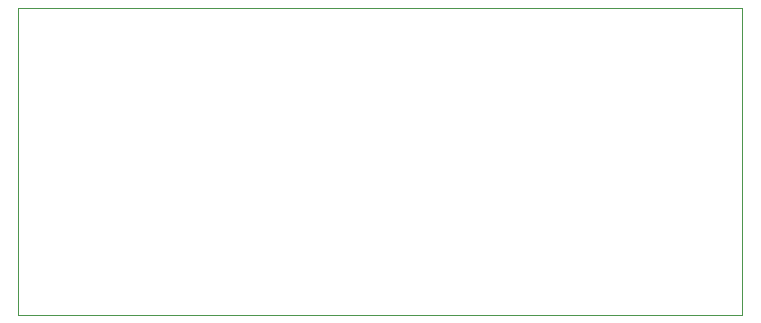
<source format=gbr>
%TF.GenerationSoftware,KiCad,Pcbnew,9.0.0*%
%TF.CreationDate,2025-05-14T14:17:17+02:00*%
%TF.ProjectId,Fluke_8050a_TM1637_Display_PCB,466c756b-655f-4383-9035-30615f544d31,rev?*%
%TF.SameCoordinates,Original*%
%TF.FileFunction,Profile,NP*%
%FSLAX46Y46*%
G04 Gerber Fmt 4.6, Leading zero omitted, Abs format (unit mm)*
G04 Created by KiCad (PCBNEW 9.0.0) date 2025-05-14 14:17:17*
%MOMM*%
%LPD*%
G01*
G04 APERTURE LIST*
%TA.AperFunction,Profile*%
%ADD10C,0.050000*%
%TD*%
G04 APERTURE END LIST*
D10*
X143700000Y-40000000D02*
X205000000Y-40000000D01*
X205000000Y-66000000D01*
X143700000Y-66000000D01*
X143700000Y-40000000D01*
M02*

</source>
